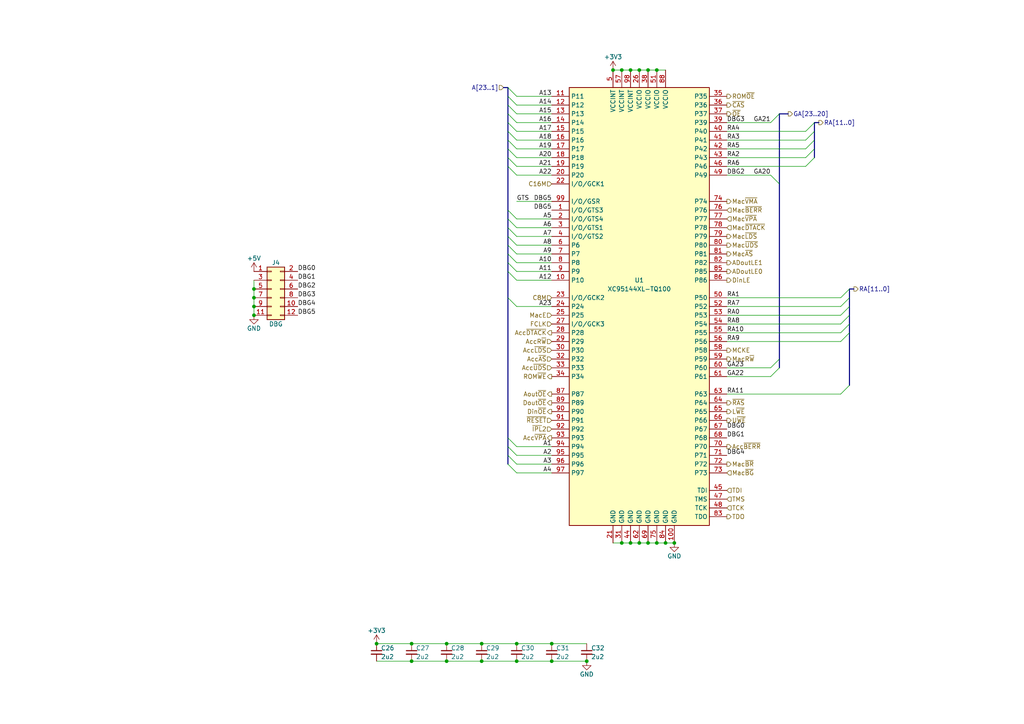
<source format=kicad_sch>
(kicad_sch (version 20231120) (generator "eeschema") (generator_version "8.0")
  (paper "A4")
  (title_block (title "WarpSE (GW4410A)") (date "2024-04-23") (rev "1.0") (company "Garrett's Workshop"))
  (lib_symbols
    (symbol "CPLD_Xilinx:XC95144XL-TQ100"
      (property "Reference" "U" (at -20.32 64.77 0))
      (property "Value" "XC95144XL-TQ100" (at -20.32 -64.77 0))
      (symbol "XC95144XL-TQ100_1_1"
        (rectangle (start -20.32 63.5) (end 20.32 -63.5) (stroke (width 0.254)) (fill (type background)))
        (pin bidirectional line (at -25.4 27.94 0) (length 5.08) (name "I/O/GTS3") (number "1"))
        (pin bidirectional line (at -25.4 7.62 0) (length 5.08) (name "P10") (number "10"))
        (pin power_in line (at 10.16 -68.58 90) (length 5.08) (name "GND") (number "100"))
        (pin bidirectional line (at -25.4 60.96 0) (length 5.08) (name "P11") (number "11"))
        (pin bidirectional line (at -25.4 58.42 0) (length 5.08) (name "P12") (number "12"))
        (pin bidirectional line (at -25.4 55.88 0) (length 5.08) (name "P13") (number "13"))
        (pin bidirectional line (at -25.4 53.34 0) (length 5.08) (name "P14") (number "14"))
        (pin bidirectional line (at -25.4 50.8 0) (length 5.08) (name "P15") (number "15"))
        (pin bidirectional line (at -25.4 48.26 0) (length 5.08) (name "P16") (number "16"))
        (pin bidirectional line (at -25.4 45.72 0) (length 5.08) (name "P17") (number "17"))
        (pin bidirectional line (at -25.4 43.18 0) (length 5.08) (name "P18") (number "18"))
        (pin bidirectional line (at -25.4 40.64 0) (length 5.08) (name "P19") (number "19"))
        (pin bidirectional line (at -25.4 25.4 0) (length 5.08) (name "I/O/GTS4") (number "2"))
        (pin bidirectional line (at -25.4 38.1 0) (length 5.08) (name "P20") (number "20"))
        (pin power_in line (at -7.62 -68.58 90) (length 5.08) (name "GND") (number "21"))
        (pin bidirectional line (at -25.4 35.56 0) (length 5.08) (name "I/O/GCK1") (number "22"))
        (pin bidirectional line (at -25.4 2.54 0) (length 5.08) (name "I/O/GCK2") (number "23"))
        (pin bidirectional line (at -25.4 0 0) (length 5.08) (name "P24") (number "24"))
        (pin bidirectional line (at -25.4 -2.54 0) (length 5.08) (name "P25") (number "25"))
        (pin power_in line (at 0 68.58 270) (length 5.08) (name "VCCIO") (number "26"))
        (pin bidirectional line (at -25.4 -5.08 0) (length 5.08) (name "I/O/GCK3") (number "27"))
        (pin bidirectional line (at -25.4 -7.62 0) (length 5.08) (name "P28") (number "28"))
        (pin bidirectional line (at -25.4 -10.16 0) (length 5.08) (name "P29") (number "29"))
        (pin bidirectional line (at -25.4 22.86 0) (length 5.08) (name "I/O/GTS1") (number "3"))
        (pin bidirectional line (at -25.4 -12.7 0) (length 5.08) (name "P30") (number "30"))
        (pin power_in line (at -5.08 -68.58 90) (length 5.08) (name "GND") (number "31"))
        (pin bidirectional line (at -25.4 -15.24 0) (length 5.08) (name "P32") (number "32"))
        (pin bidirectional line (at -25.4 -17.78 0) (length 5.08) (name "P33") (number "33"))
        (pin bidirectional line (at -25.4 -20.32 0) (length 5.08) (name "P34") (number "34"))
        (pin bidirectional line (at 25.4 60.96 180) (length 5.08) (name "P35") (number "35"))
        (pin bidirectional line (at 25.4 58.42 180) (length 5.08) (name "P36") (number "36"))
        (pin bidirectional line (at 25.4 55.88 180) (length 5.08) (name "P37") (number "37"))
        (pin power_in line (at 2.54 68.58 270) (length 5.08) (name "VCCIO") (number "38"))
        (pin bidirectional line (at 25.4 53.34 180) (length 5.08) (name "P39") (number "39"))
        (pin bidirectional line (at -25.4 20.32 0) (length 5.08) (name "I/O/GTS2") (number "4"))
        (pin bidirectional line (at 25.4 50.8 180) (length 5.08) (name "P40") (number "40"))
        (pin bidirectional line (at 25.4 48.26 180) (length 5.08) (name "P41") (number "41"))
        (pin bidirectional line (at 25.4 45.72 180) (length 5.08) (name "P42") (number "42"))
        (pin bidirectional line (at 25.4 43.18 180) (length 5.08) (name "P43") (number "43"))
        (pin power_in line (at -2.54 -68.58 90) (length 5.08) (name "GND") (number "44"))
        (pin input line (at 25.4 -53.34 180) (length 5.08) (name "TDI") (number "45"))
        (pin bidirectional line (at 25.4 40.64 180) (length 5.08) (name "P46") (number "46"))
        (pin input line (at 25.4 -55.88 180) (length 5.08) (name "TMS") (number "47"))
        (pin input line (at 25.4 -58.42 180) (length 5.08) (name "TCK") (number "48"))
        (pin bidirectional line (at 25.4 38.1 180) (length 5.08) (name "P49") (number "49"))
        (pin power_in line (at -7.62 68.58 270) (length 5.08) (name "VCCINT") (number "5"))
        (pin bidirectional line (at 25.4 2.54 180) (length 5.08) (name "P50") (number "50"))
        (pin power_in line (at 5.08 68.58 270) (length 5.08) (name "VCCIO") (number "51"))
        (pin bidirectional line (at 25.4 0 180) (length 5.08) (name "P52") (number "52"))
        (pin bidirectional line (at 25.4 -2.54 180) (length 5.08) (name "P53") (number "53"))
        (pin bidirectional line (at 25.4 -5.08 180) (length 5.08) (name "P54") (number "54"))
        (pin bidirectional line (at 25.4 -7.62 180) (length 5.08) (name "P55") (number "55"))
        (pin bidirectional line (at 25.4 -10.16 180) (length 5.08) (name "P56") (number "56"))
        (pin power_in line (at -5.08 68.58 270) (length 5.08) (name "VCCINT") (number "57"))
        (pin bidirectional line (at 25.4 -12.7 180) (length 5.08) (name "P58") (number "58"))
        (pin bidirectional line (at 25.4 -15.24 180) (length 5.08) (name "P59") (number "59"))
        (pin bidirectional line (at -25.4 17.78 0) (length 5.08) (name "P6") (number "6"))
        (pin bidirectional line (at 25.4 -17.78 180) (length 5.08) (name "P60") (number "60"))
        (pin bidirectional line (at 25.4 -20.32 180) (length 5.08) (name "P61") (number "61"))
        (pin power_in line (at 0 -68.58 90) (length 5.08) (name "GND") (number "62"))
        (pin bidirectional line (at 25.4 -25.4 180) (length 5.08) (name "P63") (number "63"))
        (pin bidirectional line (at 25.4 -27.94 180) (length 5.08) (name "P64") (number "64"))
        (pin bidirectional line (at 25.4 -30.48 180) (length 5.08) (name "P65") (number "65"))
        (pin bidirectional line (at 25.4 -33.02 180) (length 5.08) (name "P66") (number "66"))
        (pin bidirectional line (at 25.4 -35.56 180) (length 5.08) (name "P67") (number "67"))
        (pin bidirectional line (at 25.4 -38.1 180) (length 5.08) (name "P68") (number "68"))
        (pin power_in line (at 2.54 -68.58 90) (length 5.08) (name "GND") (number "69"))
        (pin bidirectional line (at -25.4 15.24 0) (length 5.08) (name "P7") (number "7"))
        (pin bidirectional line (at 25.4 -40.64 180) (length 5.08) (name "P70") (number "70"))
        (pin bidirectional line (at 25.4 -43.18 180) (length 5.08) (name "P71") (number "71"))
        (pin bidirectional line (at 25.4 -45.72 180) (length 5.08) (name "P72") (number "72"))
        (pin bidirectional line (at 25.4 -48.26 180) (length 5.08) (name "P73") (number "73"))
        (pin bidirectional line (at 25.4 30.48 180) (length 5.08) (name "P74") (number "74"))
        (pin power_in line (at 5.08 -68.58 90) (length 5.08) (name "GND") (number "75"))
        (pin bidirectional line (at 25.4 27.94 180) (length 5.08) (name "P76") (number "76"))
        (pin bidirectional line (at 25.4 25.4 180) (length 5.08) (name "P77") (number "77"))
        (pin bidirectional line (at 25.4 22.86 180) (length 5.08) (name "P78") (number "78"))
        (pin bidirectional line (at 25.4 20.32 180) (length 5.08) (name "P79") (number "79"))
        (pin bidirectional line (at -25.4 12.7 0) (length 5.08) (name "P8") (number "8"))
        (pin bidirectional line (at 25.4 17.78 180) (length 5.08) (name "P80") (number "80"))
        (pin bidirectional line (at 25.4 15.24 180) (length 5.08) (name "P81") (number "81"))
        (pin bidirectional line (at 25.4 12.7 180) (length 5.08) (name "P82") (number "82"))
        (pin output line (at 25.4 -60.96 180) (length 5.08) (name "TDO") (number "83"))
        (pin power_in line (at 7.62 -68.58 90) (length 5.08) (name "GND") (number "84"))
        (pin bidirectional line (at 25.4 10.16 180) (length 5.08) (name "P85") (number "85"))
        (pin bidirectional line (at 25.4 7.62 180) (length 5.08) (name "P86") (number "86"))
        (pin bidirectional line (at -25.4 -25.4 0) (length 5.08) (name "P87") (number "87"))
        (pin power_in line (at 7.62 68.58 270) (length 5.08) (name "VCCIO") (number "88"))
        (pin bidirectional line (at -25.4 -27.94 0) (length 5.08) (name "P89") (number "89"))
        (pin bidirectional line (at -25.4 10.16 0) (length 5.08) (name "P9") (number "9"))
        (pin bidirectional line (at -25.4 -30.48 0) (length 5.08) (name "P90") (number "90"))
        (pin bidirectional line (at -25.4 -33.02 0) (length 5.08) (name "P91") (number "91"))
        (pin bidirectional line (at -25.4 -35.56 0) (length 5.08) (name "P92") (number "92"))
        (pin bidirectional line (at -25.4 -38.1 0) (length 5.08) (name "P93") (number "93"))
        (pin bidirectional line (at -25.4 -40.64 0) (length 5.08) (name "P94") (number "94"))
        (pin bidirectional line (at -25.4 -43.18 0) (length 5.08) (name "P95") (number "95"))
        (pin bidirectional line (at -25.4 -45.72 0) (length 5.08) (name "P96") (number "96"))
        (pin bidirectional line (at -25.4 -48.26 0) (length 5.08) (name "P97") (number "97"))
        (pin power_in line (at -2.54 68.58 270) (length 5.08) (name "VCCINT") (number "98"))
        (pin bidirectional line (at -25.4 30.48 0) (length 5.08) (name "I/O/GSR") (number "99"))
      )
    )
    (symbol "Connector_Generic:Conn_02x06_Odd_Even" (pin_names (offset 1.016) hide)
      (property "Reference" "J" (at 1.27 7.62 0))
      (property "Value" "Conn_02x06_Odd_Even" (at 1.27 -10.16 0))
      (symbol "Conn_02x06_Odd_Even_1_1"
        (rectangle (start -1.27 -7.493) (end 0 -7.747) (stroke (width 0.1524)))
        (rectangle (start -1.27 -4.953) (end 0 -5.207) (stroke (width 0.1524)))
        (rectangle (start -1.27 -2.413) (end 0 -2.667) (stroke (width 0.1524)))
        (rectangle (start -1.27 0.127) (end 0 -0.127) (stroke (width 0.1524)))
        (rectangle (start -1.27 2.667) (end 0 2.413) (stroke (width 0.1524)))
        (rectangle (start -1.27 5.207) (end 0 4.953) (stroke (width 0.1524)))
        (rectangle (start -1.27 6.35) (end 3.81 -8.89) (stroke (width 0.254)) (fill (type background)))
        (rectangle (start 3.81 -7.493) (end 2.54 -7.747) (stroke (width 0.1524)))
        (rectangle (start 3.81 -4.953) (end 2.54 -5.207) (stroke (width 0.1524)))
        (rectangle (start 3.81 -2.413) (end 2.54 -2.667) (stroke (width 0.1524)))
        (rectangle (start 3.81 0.127) (end 2.54 -0.127) (stroke (width 0.1524)))
        (rectangle (start 3.81 2.667) (end 2.54 2.413) (stroke (width 0.1524)))
        (rectangle (start 3.81 5.207) (end 2.54 4.953) (stroke (width 0.1524)))
        (pin passive line (at -5.08 5.08 0) (length 3.81) (name "Pin_1") (number "1"))
        (pin passive line (at 7.62 -5.08 180) (length 3.81) (name "Pin_10") (number "10"))
        (pin passive line (at -5.08 -7.62 0) (length 3.81) (name "Pin_11") (number "11"))
        (pin passive line (at 7.62 -7.62 180) (length 3.81) (name "Pin_12") (number "12"))
        (pin passive line (at 7.62 5.08 180) (length 3.81) (name "Pin_2") (number "2"))
        (pin passive line (at -5.08 2.54 0) (length 3.81) (name "Pin_3") (number "3"))
        (pin passive line (at 7.62 2.54 180) (length 3.81) (name "Pin_4") (number "4"))
        (pin passive line (at -5.08 0 0) (length 3.81) (name "Pin_5") (number "5"))
        (pin passive line (at 7.62 0 180) (length 3.81) (name "Pin_6") (number "6"))
        (pin passive line (at -5.08 -2.54 0) (length 3.81) (name "Pin_7") (number "7"))
        (pin passive line (at 7.62 -2.54 180) (length 3.81) (name "Pin_8") (number "8"))
        (pin passive line (at -5.08 -5.08 0) (length 3.81) (name "Pin_9") (number "9"))
      )
    )
    (symbol "Device:C_Small" (pin_numbers hide) (pin_names (offset 0.254) hide)
      (property "Reference" "C" (at 0.254 1.778 0))
      (property "Value" "C_Small" (at 0.254 -2.032 0))
      (symbol "C_Small_0_1"
        (polyline (pts (xy -1.524 -0.508) (xy 1.524 -0.508)) (stroke (width 0.3302)))
        (polyline (pts (xy -1.524 0.508) (xy 1.524 0.508)) (stroke (width 0.3048)))
      )
      (symbol "C_Small_1_1"
        (pin passive line (at 0 2.54 270) (length 2.032) (name "~") (number "1"))
        (pin passive line (at 0 -2.54 90) (length 2.032) (name "~") (number "2"))
      )
    )
    (symbol "power:+3V3" (power) (pin_names (offset 0))
      (property "Value" "+3V3" (at 0 3.556 0))
      (symbol "+3V3_0_1"
        (polyline (pts (xy -0.762 1.27) (xy 0 2.54)))
        (polyline (pts (xy 0 0) (xy 0 2.54)))
        (polyline (pts (xy 0 2.54) (xy 0.762 1.27)))
      )
      (symbol "+3V3_1_1"
        (pin power_in line (at 0 0 90) (length 0) hide (name "+3V3") (number "1"))
      )
    )
    (symbol "power:+5V" (power) (pin_names (offset 0))
      (property "Value" "+5V" (at 0 3.556 0))
      (symbol "+5V_0_1"
        (polyline (pts (xy -0.762 1.27) (xy 0 2.54)))
        (polyline (pts (xy 0 0) (xy 0 2.54)))
        (polyline (pts (xy 0 2.54) (xy 0.762 1.27)))
      )
      (symbol "+5V_1_1"
        (pin power_in line (at 0 0 90) (length 0) hide (name "+5V") (number "1"))
      )
    )
    (symbol "power:GND" (power) (pin_names (offset 0))
      (property "Value" "GND" (at 0 -3.81 0))
      (symbol "GND_0_1"
        (polyline (pts (xy 0 0) (xy 0 -1.27) (xy 1.27 -1.27) (xy 0 -2.54) (xy -1.27 -1.27) (xy 0 -1.27)))
      )
      (symbol "GND_1_1"
        (pin power_in line (at 0 0 270) (length 0) hide (name "GND") (number "1"))
      )
    )
  )
  (junction (at 119.38 191.77))
  (junction (at 193.04 157.48))
  (junction (at 129.54 191.77))
  (junction (at 180.34 157.48))
  (junction (at 177.8 20.32))
  (junction (at 139.7 191.77))
  (junction (at 139.7 186.69))
  (junction (at 187.96 157.48))
  (junction (at 182.88 157.48))
  (junction (at 73.66 86.36))
  (junction (at 73.66 91.44))
  (junction (at 119.38 186.69))
  (junction (at 185.42 20.32))
  (junction (at 160.02 186.69))
  (junction (at 73.66 88.9))
  (junction (at 182.88 20.32))
  (junction (at 109.22 186.69))
  (junction (at 195.58 157.48))
  (junction (at 187.96 20.32))
  (junction (at 180.34 20.32))
  (junction (at 149.86 191.77))
  (junction (at 73.66 83.82))
  (junction (at 190.5 157.48))
  (junction (at 149.86 186.69))
  (junction (at 185.42 157.48))
  (junction (at 170.18 191.77))
  (junction (at 160.02 191.77))
  (junction (at 129.54 186.69))
  (junction (at 190.5 20.32))
  (bus_entry (at 147.32 63.5) (size 2.54 2.54))
  (bus_entry (at 147.32 129.54) (size 2.54 2.54))
  (bus_entry (at 147.32 71.12) (size 2.54 2.54))
  (bus_entry (at 147.32 27.94) (size 2.54 2.54))
  (bus_entry (at 147.32 35.56) (size 2.54 2.54))
  (bus_entry (at 223.52 35.56) (size 2.54 -2.54))
  (bus_entry (at 246.38 93.98) (size -2.54 2.54))
  (bus_entry (at 236.22 43.18) (size -2.54 2.54))
  (bus_entry (at 147.32 25.4) (size 2.54 2.54))
  (bus_entry (at 147.32 30.48) (size 2.54 2.54))
  (bus_entry (at 147.32 45.72) (size 2.54 2.54))
  (bus_entry (at 246.38 96.52) (size -2.54 2.54))
  (bus_entry (at 147.32 48.26) (size 2.54 2.54))
  (bus_entry (at 236.22 45.72) (size -2.54 2.54))
  (bus_entry (at 226.06 53.34) (size -2.54 -2.54))
  (bus_entry (at 246.38 88.9) (size -2.54 2.54))
  (bus_entry (at 147.32 73.66) (size 2.54 2.54))
  (bus_entry (at 246.38 83.82) (size -2.54 2.54))
  (bus_entry (at 236.22 38.1) (size -2.54 2.54))
  (bus_entry (at 236.22 35.56) (size -2.54 2.54))
  (bus_entry (at 147.32 86.36) (size 2.54 2.54))
  (bus_entry (at 147.32 127) (size 2.54 2.54))
  (bus_entry (at 147.32 78.74) (size 2.54 2.54))
  (bus_entry (at 147.32 76.2) (size 2.54 2.54))
  (bus_entry (at 147.32 68.58) (size 2.54 2.54))
  (bus_entry (at 147.32 33.02) (size 2.54 2.54))
  (bus_entry (at 147.32 40.64) (size 2.54 2.54))
  (bus_entry (at 236.22 40.64) (size -2.54 2.54))
  (bus_entry (at 147.32 132.08) (size 2.54 2.54))
  (bus_entry (at 147.32 38.1) (size 2.54 2.54))
  (bus_entry (at 246.38 91.44) (size -2.54 2.54))
  (bus_entry (at 226.06 106.68) (size -2.54 2.54))
  (bus_entry (at 147.32 134.62) (size 2.54 2.54))
  (bus_entry (at 147.32 60.96) (size 2.54 2.54))
  (bus_entry (at 246.38 111.76) (size -2.54 2.54))
  (bus_entry (at 246.38 86.36) (size -2.54 2.54))
  (bus_entry (at 226.06 104.14) (size -2.54 2.54))
  (bus_entry (at 147.32 66.04) (size 2.54 2.54))
  (bus_entry (at 147.32 43.18) (size 2.54 2.54))
  (wire (pts (xy 210.82 93.98) (xy 243.84 93.98)))
  (wire (pts (xy 210.82 43.18) (xy 233.68 43.18)))
  (wire (pts (xy 182.88 20.32) (xy 185.42 20.32)))
  (bus (pts (xy 147.32 127) (xy 147.32 129.54)))
  (bus (pts (xy 147.32 27.94) (xy 147.32 30.48)))
  (bus (pts (xy 147.32 38.1) (xy 147.32 40.64)))
  (wire (pts (xy 73.66 81.28) (xy 73.66 83.82)))
  (wire (pts (xy 160.02 33.02) (xy 149.86 33.02)))
  (wire (pts (xy 160.02 35.56) (xy 149.86 35.56)))
  (wire (pts (xy 185.42 20.32) (xy 187.96 20.32)))
  (wire (pts (xy 160.02 45.72) (xy 149.86 45.72)))
  (bus (pts (xy 147.32 73.66) (xy 147.32 76.2)))
  (wire (pts (xy 109.22 186.69) (xy 119.38 186.69)))
  (bus (pts (xy 246.38 96.52) (xy 246.38 111.76)))
  (wire (pts (xy 160.02 50.8) (xy 149.86 50.8)))
  (wire (pts (xy 160.02 81.28) (xy 149.86 81.28)))
  (wire (pts (xy 160.02 76.2) (xy 149.86 76.2)))
  (wire (pts (xy 119.38 186.69) (xy 129.54 186.69)))
  (bus (pts (xy 147.32 48.26) (xy 147.32 60.96)))
  (bus (pts (xy 147.32 25.4) (xy 146.05 25.4)))
  (wire (pts (xy 210.82 106.68) (xy 223.52 106.68)))
  (bus (pts (xy 147.32 71.12) (xy 147.32 73.66)))
  (wire (pts (xy 160.02 30.48) (xy 149.86 30.48)))
  (wire (pts (xy 210.82 35.56) (xy 223.52 35.56)))
  (wire (pts (xy 160.02 48.26) (xy 149.86 48.26)))
  (bus (pts (xy 246.38 83.82) (xy 246.38 86.36)))
  (wire (pts (xy 160.02 186.69) (xy 170.18 186.69)))
  (bus (pts (xy 147.32 45.72) (xy 147.32 48.26)))
  (bus (pts (xy 147.32 40.64) (xy 147.32 43.18)))
  (wire (pts (xy 160.02 78.74) (xy 149.86 78.74)))
  (wire (pts (xy 210.82 38.1) (xy 233.68 38.1)))
  (bus (pts (xy 236.22 35.56) (xy 236.22 38.1)))
  (wire (pts (xy 149.86 137.16) (xy 160.02 137.16)))
  (bus (pts (xy 236.22 40.64) (xy 236.22 43.18)))
  (bus (pts (xy 226.06 33.02) (xy 228.6 33.02)))
  (bus (pts (xy 226.06 33.02) (xy 226.06 53.34)))
  (bus (pts (xy 147.32 25.4) (xy 147.32 27.94)))
  (wire (pts (xy 139.7 191.77) (xy 149.86 191.77)))
  (bus (pts (xy 246.38 86.36) (xy 246.38 88.9)))
  (wire (pts (xy 160.02 38.1) (xy 149.86 38.1)))
  (wire (pts (xy 243.84 96.52) (xy 210.82 96.52)))
  (wire (pts (xy 73.66 83.82) (xy 73.66 86.36)))
  (bus (pts (xy 147.32 43.18) (xy 147.32 45.72)))
  (bus (pts (xy 147.32 33.02) (xy 147.32 35.56)))
  (bus (pts (xy 236.22 38.1) (xy 236.22 40.64)))
  (wire (pts (xy 160.02 40.64) (xy 149.86 40.64)))
  (wire (pts (xy 187.96 157.48) (xy 185.42 157.48)))
  (wire (pts (xy 210.82 109.22) (xy 223.52 109.22)))
  (bus (pts (xy 147.32 60.96) (xy 147.32 63.5)))
  (wire (pts (xy 73.66 91.44) (xy 73.66 88.9)))
  (wire (pts (xy 160.02 66.04) (xy 149.86 66.04)))
  (wire (pts (xy 73.66 86.36) (xy 73.66 88.9)))
  (wire (pts (xy 210.82 88.9) (xy 243.84 88.9)))
  (wire (pts (xy 210.82 99.06) (xy 243.84 99.06)))
  (wire (pts (xy 129.54 186.69) (xy 139.7 186.69)))
  (wire (pts (xy 210.82 45.72) (xy 233.68 45.72)))
  (wire (pts (xy 160.02 191.77) (xy 170.18 191.77)))
  (wire (pts (xy 160.02 68.58) (xy 149.86 68.58)))
  (wire (pts (xy 139.7 186.69) (xy 149.86 186.69)))
  (wire (pts (xy 210.82 40.64) (xy 233.68 40.64)))
  (bus (pts (xy 147.32 63.5) (xy 147.32 66.04)))
  (bus (pts (xy 147.32 68.58) (xy 147.32 71.12)))
  (wire (pts (xy 149.86 186.69) (xy 160.02 186.69)))
  (bus (pts (xy 226.06 53.34) (xy 226.06 104.14)))
  (wire (pts (xy 210.82 48.26) (xy 233.68 48.26)))
  (wire (pts (xy 149.86 191.77) (xy 160.02 191.77)))
  (bus (pts (xy 147.32 132.08) (xy 147.32 134.62)))
  (bus (pts (xy 147.32 78.74) (xy 147.32 86.36)))
  (bus (pts (xy 147.32 35.56) (xy 147.32 38.1)))
  (wire (pts (xy 185.42 157.48) (xy 182.88 157.48)))
  (wire (pts (xy 193.04 157.48) (xy 190.5 157.48)))
  (wire (pts (xy 160.02 43.18) (xy 149.86 43.18)))
  (wire (pts (xy 149.86 129.54) (xy 160.02 129.54)))
  (wire (pts (xy 119.38 191.77) (xy 129.54 191.77)))
  (wire (pts (xy 160.02 71.12) (xy 149.86 71.12)))
  (wire (pts (xy 109.22 191.77) (xy 119.38 191.77)))
  (wire (pts (xy 210.82 86.36) (xy 243.84 86.36)))
  (bus (pts (xy 236.22 43.18) (xy 236.22 45.72)))
  (bus (pts (xy 246.38 88.9) (xy 246.38 91.44)))
  (bus (pts (xy 147.32 129.54) (xy 147.32 132.08)))
  (bus (pts (xy 147.32 86.36) (xy 147.32 127)))
  (bus (pts (xy 226.06 106.68) (xy 226.06 104.14)))
  (wire (pts (xy 210.82 50.8) (xy 223.52 50.8)))
  (wire (pts (xy 160.02 63.5) (xy 149.86 63.5)))
  (wire (pts (xy 149.86 132.08) (xy 160.02 132.08)))
  (wire (pts (xy 149.86 134.62) (xy 160.02 134.62)))
  (wire (pts (xy 243.84 91.44) (xy 210.82 91.44)))
  (wire (pts (xy 160.02 27.94) (xy 149.86 27.94)))
  (wire (pts (xy 182.88 157.48) (xy 180.34 157.48)))
  (wire (pts (xy 149.86 58.42) (xy 160.02 58.42)))
  (wire (pts (xy 190.5 157.48) (xy 187.96 157.48)))
  (bus (pts (xy 147.32 76.2) (xy 147.32 78.74)))
  (bus (pts (xy 147.32 30.48) (xy 147.32 33.02)))
  (wire (pts (xy 210.82 114.3) (xy 243.84 114.3)))
  (bus (pts (xy 236.22 35.56) (xy 237.49 35.56)))
  (bus (pts (xy 246.38 91.44) (xy 246.38 93.98)))
  (wire (pts (xy 187.96 20.32) (xy 190.5 20.32)))
  (wire (pts (xy 160.02 88.9) (xy 149.86 88.9)))
  (wire (pts (xy 190.5 20.32) (xy 193.04 20.32)))
  (wire (pts (xy 177.8 20.32) (xy 180.34 20.32)))
  (wire (pts (xy 180.34 157.48) (xy 177.8 157.48)))
  (wire (pts (xy 195.58 157.48) (xy 193.04 157.48)))
  (wire (pts (xy 129.54 191.77) (xy 139.7 191.77)))
  (wire (pts (xy 160.02 73.66) (xy 149.86 73.66)))
  (bus (pts (xy 246.38 83.82) (xy 247.65 83.82)))
  (bus (pts (xy 246.38 93.98) (xy 246.38 96.52)))
  (bus (pts (xy 147.32 66.04) (xy 147.32 68.58)))
  (wire (pts (xy 180.34 20.32) (xy 182.88 20.32)))
  (label "DBG3" (at 210.82 35.56 0))
  (label "DBG5" (at 86.36 91.44 0))
  (label "RA11" (at 210.82 114.3 0))
  (label "GA21" (at 223.52 35.56 180))
  (label "A8" (at 160.02 71.12 180))
  (label "A23" (at 160.02 88.9 180))
  (label "DBG1" (at 86.36 81.28 0))
  (label "A5" (at 160.02 63.5 180))
  (label "RA2" (at 210.82 45.72 0))
  (label "A15" (at 160.02 33.02 180))
  (label "RA10" (at 210.82 96.52 0))
  (label "GA20" (at 223.52 50.8 180))
  (label "RA1" (at 210.82 86.36 0))
  (label "A17" (at 160.02 38.1 180))
  (label "RA4" (at 210.82 38.1 0))
  (label "DBG5" (at 160.02 60.96 180))
  (label "A16" (at 160.02 35.56 180))
  (label "A7" (at 160.02 68.58 180))
  (label "DBG5" (at 160.02 58.42 180))
  (label "A10" (at 160.02 76.2 180))
  (label "GTS" (at 149.86 58.42 0))
  (label "DBG1" (at 210.82 127 0))
  (label "A9" (at 160.02 73.66 180))
  (label "A21" (at 160.02 48.26 180))
  (label "RA3" (at 210.82 40.64 0))
  (label "A20" (at 160.02 45.72 180))
  (label "A3" (at 160.02 134.62 180))
  (label "A13" (at 160.02 27.94 180))
  (label "DBG2" (at 210.82 50.8 0))
  (label "DBG4" (at 210.82 132.08 0))
  (label "GA22" (at 210.82 109.22 0))
  (label "A22" (at 160.02 50.8 180))
  (label "RA6" (at 210.82 48.26 0))
  (label "A14" (at 160.02 30.48 180))
  (label "RA7" (at 210.82 88.9 0))
  (label "DBG0" (at 210.82 124.46 0))
  (label "A11" (at 160.02 78.74 180))
  (label "DBG0" (at 86.36 78.74 0))
  (label "A18" (at 160.02 40.64 180))
  (label "A6" (at 160.02 66.04 180))
  (label "RA0" (at 210.82 91.44 0))
  (label "RA8" (at 210.82 93.98 0))
  (label "RA9" (at 210.82 99.06 0))
  (label "A1" (at 160.02 129.54 180))
  (label "DBG2" (at 86.36 83.82 0))
  (label "A4" (at 160.02 137.16 180))
  (label "A2" (at 160.02 132.08 180))
  (label "A12" (at 160.02 81.28 180))
  (label "DBG4" (at 86.36 88.9 0))
  (label "A19" (at 160.02 43.18 180))
  (label "GA23" (at 210.82 106.68 0))
  (label "RA5" (at 210.82 43.18 0))
  (label "DBG3" (at 86.36 86.36 0))
  (hierarchical_label "A[23..1]" (shape input) (at 146.05 25.4 180))
  (hierarchical_label "Dout~{OE}" (shape output) (at 160.02 116.84 180))
  (hierarchical_label "AccR~{W}" (shape input) (at 160.02 99.06 180))
  (hierarchical_label "TCK" (shape input) (at 210.82 147.32 0))
  (hierarchical_label "ROM~{WE}" (shape output) (at 160.02 109.22 180))
  (hierarchical_label "~{RAS}" (shape output) (at 210.82 116.84 0))
  (hierarchical_label "Mac~{BG}" (shape input) (at 210.82 137.16 0))
  (hierarchical_label "Acc~{UDS}" (shape input) (at 160.02 106.68 180))
  (hierarchical_label "MacR~{W}" (shape output) (at 210.82 104.14 0))
  (hierarchical_label "Din~{OE}" (shape output) (at 160.02 119.38 180))
  (hierarchical_label "L~{WE}" (shape output) (at 210.82 119.38 0))
  (hierarchical_label "TDO" (shape output) (at 210.82 149.86 0))
  (hierarchical_label "Mac~{DTACK}" (shape input) (at 210.82 66.04 0))
  (hierarchical_label "TDI" (shape input) (at 210.82 142.24 0))
  (hierarchical_label "Mac~{VMA}" (shape output) (at 210.82 58.42 0))
  (hierarchical_label "~{OE}" (shape output) (at 210.82 33.02 0))
  (hierarchical_label "ADoutLE1" (shape output) (at 210.82 76.2 0))
  (hierarchical_label "Mac~{UDS}" (shape output) (at 210.82 71.12 0))
  (hierarchical_label "ADoutLE0" (shape output) (at 210.82 78.74 0))
  (hierarchical_label "Acc~{AS}" (shape input) (at 160.02 104.14 180))
  (hierarchical_label "Acc~{VPA}" (shape output) (at 160.02 127 180))
  (hierarchical_label "DinLE" (shape output) (at 210.82 81.28 0))
  (hierarchical_label "C8M" (shape input) (at 160.02 86.36 180))
  (hierarchical_label "MCKE" (shape output) (at 210.82 101.6 0))
  (hierarchical_label "ROM~{OE}" (shape output) (at 210.82 27.94 0))
  (hierarchical_label "TMS" (shape input) (at 210.82 144.78 0))
  (hierarchical_label "~{IPL}2" (shape input) (at 160.02 124.46 180))
  (hierarchical_label "GA[23..20]" (shape output) (at 228.6 33.02 0))
  (hierarchical_label "Mac~{BERR}" (shape input) (at 210.82 60.96 0))
  (hierarchical_label "Acc~{LDS}" (shape input) (at 160.02 101.6 180))
  (hierarchical_label "Acc~{DTACK}" (shape output) (at 160.02 96.52 180))
  (hierarchical_label "C16M" (shape input) (at 160.02 53.34 180))
  (hierarchical_label "FCLK" (shape input) (at 160.02 93.98 180))
  (hierarchical_label "Mac~{VPA}" (shape input) (at 210.82 63.5 0))
  (hierarchical_label "MacE" (shape input) (at 160.02 91.44 180))
  (hierarchical_label "Mac~{BR}" (shape output) (at 210.82 134.62 0))
  (hierarchical_label "Mac~{AS}" (shape output) (at 210.82 73.66 0))
  (hierarchical_label "~{CAS}" (shape output) (at 210.82 30.48 0))
  (hierarchical_label "Aout~{OE}" (shape output) (at 160.02 114.3 180))
  (hierarchical_label "RA[11..0]" (shape output) (at 237.49 35.56 0))
  (hierarchical_label "Acc~{BERR}" (shape output) (at 210.82 129.54 0))
  (hierarchical_label "~{RESET}" (shape input) (at 160.02 121.92 180))
  (hierarchical_label "U~{WE}" (shape output) (at 210.82 121.92 0))
  (hierarchical_label "RA[11..0]" (shape output) (at 247.65 83.82 0))
  (hierarchical_label "Mac~{LDS}" (shape output) (at 210.82 68.58 0))
  (symbol (lib_id "Device:C_Small") (at 119.38 189.23 0) (unit 1)
    (property "Reference" "C27" (at 120.65 187.96 0) (effects (justify left)))
    (property "Value" "2u2" (at 120.65 190.5 0) (effects (justify left)))
    (property "Footprint" "stdpads:C_0603" (effects (hide yes)))
    (property "LCSC Part" "C23630" (effects (hide yes)))
  )
  (symbol (lib_id "Device:C_Small") (at 129.54 189.23 0) (unit 1)
    (property "Reference" "C28" (at 130.81 187.96 0) (effects (justify left)))
    (property "Value" "2u2" (at 130.81 190.5 0) (effects (justify left)))
    (property "Footprint" "stdpads:C_0603" (effects (hide yes)))
    (property "LCSC Part" "C23630" (effects (hide yes)))
  )
  (symbol (lib_id "Device:C_Small") (at 139.7 189.23 0) (unit 1)
    (property "Reference" "C29" (at 140.97 187.96 0) (effects (justify left)))
    (property "Value" "2u2" (at 140.97 190.5 0) (effects (justify left)))
    (property "Footprint" "stdpads:C_0603" (effects (hide yes)))
    (property "LCSC Part" "C23630" (effects (hide yes)))
  )
  (symbol (lib_id "power:+3V3") (at 109.22 186.69 0) (unit 1)
    (property "Reference" "#PWR0158" (effects (hide yes)))
    (property "Value" "+3V3" (at 109.22 182.88 0))
  )
  (symbol (lib_id "Device:C_Small") (at 109.22 189.23 0) (unit 1)
    (property "Reference" "C26" (at 110.49 187.96 0) (effects (justify left)))
    (property "Value" "2u2" (at 110.49 190.5 0) (effects (justify left)))
    (property "Footprint" "stdpads:C_0603" (effects (hide yes)))
    (property "LCSC Part" "C23630" (effects (hide yes)))
  )
  (symbol (lib_id "Device:C_Small") (at 160.02 189.23 0) (unit 1)
    (property "Reference" "C31" (at 161.29 187.96 0) (effects (justify left)))
    (property "Value" "2u2" (at 161.29 190.5 0) (effects (justify left)))
    (property "Footprint" "stdpads:C_0603" (effects (hide yes)))
    (property "LCSC Part" "C23630" (effects (hide yes)))
  )
  (symbol (lib_id "Device:C_Small") (at 149.86 189.23 0) (unit 1)
    (property "Reference" "C30" (at 151.13 187.96 0) (effects (justify left)))
    (property "Value" "2u2" (at 151.13 190.5 0) (effects (justify left)))
    (property "Footprint" "stdpads:C_0603" (effects (hide yes)))
    (property "LCSC Part" "C23630" (effects (hide yes)))
  )
  (symbol (lib_id "power:GND") (at 170.18 191.77 0) (mirror y) (unit 1)
    (property "Reference" "#PWR0159" (effects (hide yes)))
    (property "Value" "GND" (at 170.18 195.58 0))
  )
  (symbol (lib_id "Device:C_Small") (at 170.18 189.23 0) (unit 1)
    (property "Reference" "C32" (at 171.45 187.96 0) (effects (justify left)))
    (property "Value" "2u2" (at 171.45 190.5 0) (effects (justify left)))
    (property "Footprint" "stdpads:C_0603" (effects (hide yes)))
    (property "LCSC Part" "C23630" (effects (hide yes)))
  )
  (symbol (lib_id "power:+3V3") (at 177.8 20.32 0) (unit 1)
    (property "Reference" "#PWR0160" (effects (hide yes)))
    (property "Value" "+3V3" (at 177.8 16.51 0))
  )
  (symbol (lib_id "power:GND") (at 195.58 157.48 0) (unit 1)
    (property "Reference" "#PWR0161" (effects (hide yes)))
    (property "Value" "GND" (at 195.58 161.29 0))
  )
  (symbol (lib_id "CPLD_Xilinx:XC95144XL-TQ100") (at 185.42 88.9 0) (unit 1)
    (property "Reference" "U1" (at 185.42 81.28 0))
    (property "Value" "XC95144XL-TQ100" (at 185.42 83.82 0))
    (property "Footprint" "stdpads:TQFP-100_14x14mm_P0.5mm" (effects (hide yes)))
    (property "LCSC Part" "C45126" (effects (hide yes)))
  )
  (symbol (lib_id "power:+5V") (at 73.66 78.74 0) (unit 1)
    (property "Reference" "#PWR07" (effects (hide yes)))
    (property "Value" "+5V" (at 73.66 74.93 0))
  )
  (symbol (lib_id "power:GND") (at 73.66 91.44 0) (unit 1)
    (property "Reference" "#PWR024" (effects (hide yes)))
    (property "Value" "GND" (at 73.66 95.25 0))
  )
  (symbol (lib_id "Connector_Generic:Conn_02x06_Odd_Even") (at 78.74 83.82 0) (unit 1)
    (property "Reference" "J4" (at 80.01 76.2 0))
    (property "Value" "DBG" (at 80.01 93.98 0))
    (property "Footprint" "stdpads:PinHeader_2x06_P2.54mm_Vertical" (effects (hide yes)))
  )
)
</source>
